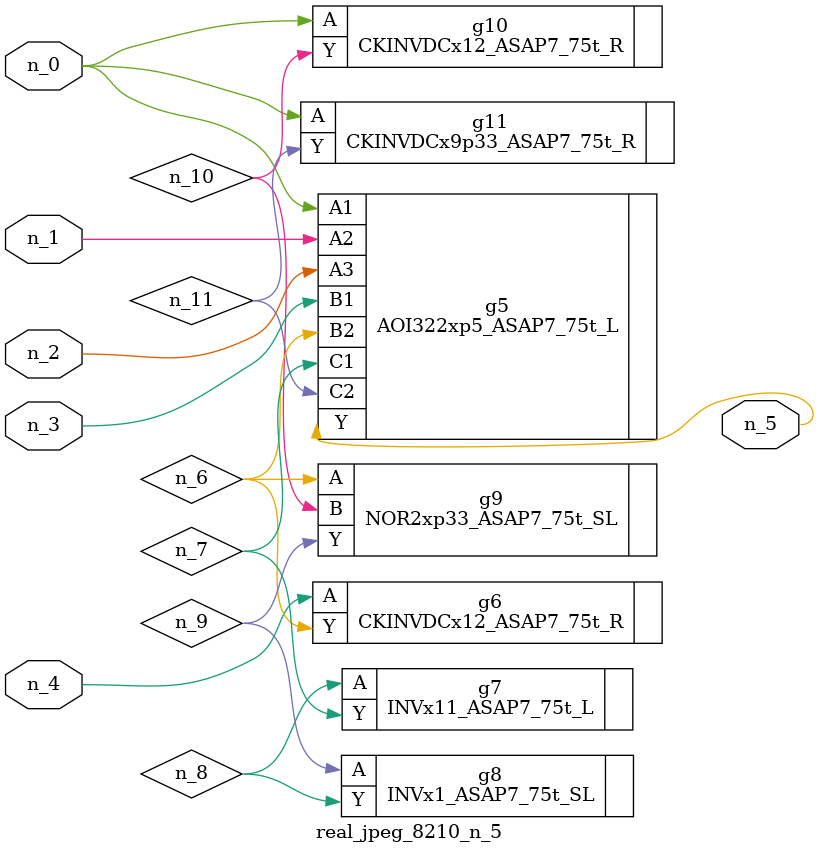
<source format=v>
module real_jpeg_8210_n_5 (n_4, n_0, n_1, n_2, n_3, n_5);

input n_4;
input n_0;
input n_1;
input n_2;
input n_3;

output n_5;

wire n_8;
wire n_11;
wire n_6;
wire n_7;
wire n_10;
wire n_9;

AOI322xp5_ASAP7_75t_L g5 ( 
.A1(n_0),
.A2(n_1),
.A3(n_2),
.B1(n_3),
.B2(n_6),
.C1(n_7),
.C2(n_11),
.Y(n_5)
);

CKINVDCx12_ASAP7_75t_R g10 ( 
.A(n_0),
.Y(n_10)
);

CKINVDCx9p33_ASAP7_75t_R g11 ( 
.A(n_0),
.Y(n_11)
);

CKINVDCx12_ASAP7_75t_R g6 ( 
.A(n_4),
.Y(n_6)
);

NOR2xp33_ASAP7_75t_SL g9 ( 
.A(n_6),
.B(n_10),
.Y(n_9)
);

INVx11_ASAP7_75t_L g7 ( 
.A(n_8),
.Y(n_7)
);

INVx1_ASAP7_75t_SL g8 ( 
.A(n_9),
.Y(n_8)
);


endmodule
</source>
